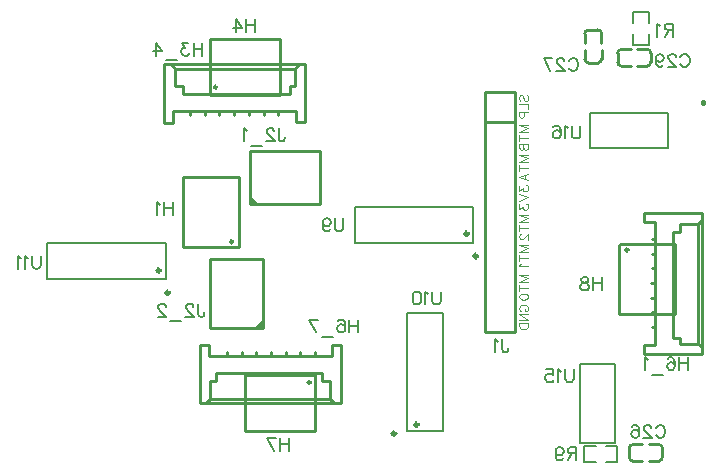
<source format=gbo>
G04 Layer: BottomSilkscreenLayer*
G04 EasyEDA v6.5.48, 2025-03-06 20:53:55*
G04 c2aac520c91a4c19a6c498b25d38bc05,84066bfdb5964fb78f634a0d0c1972bb,10*
G04 Gerber Generator version 0.2*
G04 Scale: 100 percent, Rotated: No, Reflected: No *
G04 Dimensions in millimeters *
G04 leading zeros omitted , absolute positions ,4 integer and 5 decimal *
%FSLAX45Y45*%
%MOMM*%

%ADD10C,0.1000*%
%ADD11C,0.1524*%
%ADD12C,0.4064*%
%ADD13C,0.2540*%
%ADD14C,0.3000*%
%ADD15C,0.0107*%

%LPD*%
D10*
X4476760Y3212975D02*
G01*
X4469485Y3220247D01*
X4465850Y3231156D01*
X4465850Y3245703D01*
X4469485Y3256612D01*
X4476760Y3263884D01*
X4484032Y3263884D01*
X4491304Y3260247D01*
X4494941Y3256612D01*
X4498576Y3249338D01*
X4505850Y3227522D01*
X4509485Y3220247D01*
X4513122Y3216612D01*
X4520394Y3212975D01*
X4531304Y3212975D01*
X4538576Y3220247D01*
X4542213Y3231156D01*
X4542213Y3245703D01*
X4538576Y3256612D01*
X4531304Y3263884D01*
X4465850Y3188975D02*
G01*
X4542213Y3188975D01*
X4542213Y3188975D02*
G01*
X4542213Y3145340D01*
X4465850Y3121339D02*
G01*
X4542213Y3121339D01*
X4465850Y3121339D02*
G01*
X4465850Y3088612D01*
X4469485Y3077702D01*
X4473122Y3074068D01*
X4480394Y3070430D01*
X4491304Y3070430D01*
X4498576Y3074068D01*
X4502213Y3077702D01*
X4505850Y3088612D01*
X4505850Y3121339D01*
X4465850Y3009887D02*
G01*
X4542213Y3009887D01*
X4465850Y3009887D02*
G01*
X4542213Y2980796D01*
X4465850Y2951706D02*
G01*
X4542213Y2980796D01*
X4465850Y2951706D02*
G01*
X4542213Y2951706D01*
X4465850Y2902252D02*
G01*
X4542213Y2902252D01*
X4465850Y2927705D02*
G01*
X4465850Y2876796D01*
X4465850Y2852795D02*
G01*
X4542213Y2852795D01*
X4465850Y2852795D02*
G01*
X4465850Y2820070D01*
X4469485Y2809161D01*
X4473122Y2805523D01*
X4480394Y2801886D01*
X4487666Y2801886D01*
X4494941Y2805523D01*
X4498576Y2809161D01*
X4502213Y2820070D01*
X4502213Y2852795D02*
G01*
X4502213Y2820070D01*
X4505850Y2809161D01*
X4509485Y2805523D01*
X4516760Y2801886D01*
X4527666Y2801886D01*
X4534941Y2805523D01*
X4538576Y2809161D01*
X4542213Y2820070D01*
X4542213Y2852795D01*
X4465850Y2755887D02*
G01*
X4542213Y2755887D01*
X4465850Y2755887D02*
G01*
X4542213Y2726796D01*
X4465850Y2697706D02*
G01*
X4542213Y2726796D01*
X4465850Y2697706D02*
G01*
X4542213Y2697706D01*
X4465850Y2648252D02*
G01*
X4542213Y2648252D01*
X4465850Y2673705D02*
G01*
X4465850Y2622796D01*
X4465850Y2569705D02*
G01*
X4542213Y2598795D01*
X4465850Y2569705D02*
G01*
X4542213Y2540614D01*
X4516760Y2587886D02*
G01*
X4516760Y2551523D01*
X4465850Y2494615D02*
G01*
X4465850Y2454615D01*
X4494941Y2476433D01*
X4494941Y2465524D01*
X4498576Y2458250D01*
X4502213Y2454615D01*
X4513122Y2450978D01*
X4520394Y2450978D01*
X4531304Y2454615D01*
X4538576Y2461887D01*
X4542213Y2472796D01*
X4542213Y2483705D01*
X4538576Y2494615D01*
X4534941Y2498250D01*
X4527666Y2501887D01*
X4465850Y2426977D02*
G01*
X4542213Y2397887D01*
X4465850Y2368796D02*
G01*
X4542213Y2397887D01*
X4465850Y2337523D02*
G01*
X4465850Y2297523D01*
X4494941Y2319342D01*
X4494941Y2308433D01*
X4498576Y2301161D01*
X4502213Y2297523D01*
X4513122Y2293886D01*
X4520394Y2293886D01*
X4531304Y2297523D01*
X4538576Y2304795D01*
X4542213Y2315705D01*
X4542213Y2326614D01*
X4538576Y2337523D01*
X4534941Y2341161D01*
X4527666Y2344795D01*
X4465850Y2247887D02*
G01*
X4542213Y2247887D01*
X4465850Y2247887D02*
G01*
X4542213Y2218796D01*
X4465850Y2189706D02*
G01*
X4542213Y2218796D01*
X4465850Y2189706D02*
G01*
X4542213Y2189706D01*
X4465850Y2140252D02*
G01*
X4542213Y2140252D01*
X4465850Y2165705D02*
G01*
X4465850Y2114796D01*
X4484032Y2087161D02*
G01*
X4480394Y2087161D01*
X4473122Y2083523D01*
X4469485Y2079886D01*
X4465850Y2072614D01*
X4465850Y2058070D01*
X4469485Y2050795D01*
X4473122Y2047161D01*
X4480394Y2043523D01*
X4487666Y2043523D01*
X4494941Y2047161D01*
X4505850Y2054433D01*
X4542213Y2090795D01*
X4542213Y2039886D01*
X4465850Y1993887D02*
G01*
X4542213Y1993887D01*
X4465850Y1993887D02*
G01*
X4542213Y1964796D01*
X4465850Y1935706D02*
G01*
X4542213Y1964796D01*
X4465850Y1935706D02*
G01*
X4542213Y1935706D01*
X4465850Y1886252D02*
G01*
X4542213Y1886252D01*
X4465850Y1911705D02*
G01*
X4465850Y1860796D01*
X4480394Y1836795D02*
G01*
X4476760Y1829523D01*
X4465850Y1818614D01*
X4542213Y1818614D01*
X4465850Y1739889D02*
G01*
X4542213Y1739889D01*
X4465850Y1739889D02*
G01*
X4542213Y1710799D01*
X4465850Y1681708D02*
G01*
X4542213Y1710799D01*
X4465850Y1681708D02*
G01*
X4542213Y1681708D01*
X4465850Y1632254D02*
G01*
X4542213Y1632254D01*
X4465850Y1657708D02*
G01*
X4465850Y1606798D01*
X4465850Y1560979D02*
G01*
X4469485Y1571889D01*
X4480394Y1579163D01*
X4498576Y1582798D01*
X4509485Y1582798D01*
X4527666Y1579163D01*
X4538576Y1571889D01*
X4542213Y1560979D01*
X4542213Y1553707D01*
X4538576Y1542798D01*
X4527666Y1535526D01*
X4509485Y1531889D01*
X4498576Y1531889D01*
X4480394Y1535526D01*
X4469485Y1542798D01*
X4465850Y1553707D01*
X4465850Y1560979D01*
X4484032Y1431343D02*
G01*
X4476760Y1434980D01*
X4469485Y1442252D01*
X4465850Y1449527D01*
X4465850Y1464071D01*
X4469485Y1471343D01*
X4476760Y1478617D01*
X4484032Y1482252D01*
X4494941Y1485889D01*
X4513122Y1485889D01*
X4524032Y1482252D01*
X4531304Y1478617D01*
X4538576Y1471343D01*
X4542213Y1464071D01*
X4542213Y1449527D01*
X4538576Y1442252D01*
X4531304Y1434980D01*
X4524032Y1431343D01*
X4513122Y1431343D01*
X4513122Y1449527D02*
G01*
X4513122Y1431343D01*
X4465850Y1407345D02*
G01*
X4542213Y1407345D01*
X4465850Y1407345D02*
G01*
X4542213Y1356436D01*
X4465850Y1356436D02*
G01*
X4542213Y1356436D01*
X4465850Y1332435D02*
G01*
X4542213Y1332435D01*
X4465850Y1332435D02*
G01*
X4465850Y1306979D01*
X4469485Y1296073D01*
X4476760Y1288798D01*
X4484032Y1285163D01*
X4494941Y1281526D01*
X4513122Y1281526D01*
X4524032Y1285163D01*
X4531304Y1288798D01*
X4538576Y1296073D01*
X4542213Y1306979D01*
X4542213Y1332435D01*
D11*
X2230193Y3907683D02*
G01*
X2230193Y3798580D01*
X2157458Y3907683D02*
G01*
X2157458Y3798580D01*
X2230193Y3855730D02*
G01*
X2157458Y3855730D01*
X2071212Y3907683D02*
G01*
X2123168Y3834947D01*
X2045235Y3834947D01*
X2071212Y3907683D02*
G01*
X2071212Y3798580D01*
X2514533Y356661D02*
G01*
X2514533Y247558D01*
X2441798Y356661D02*
G01*
X2441798Y247558D01*
X2514533Y304708D02*
G01*
X2441798Y304708D01*
X2334770Y356661D02*
G01*
X2386726Y247558D01*
X2407508Y356661D02*
G01*
X2334770Y356661D01*
X5165023Y1720354D02*
G01*
X5165023Y1611388D01*
X5092379Y1720354D02*
G01*
X5092379Y1611388D01*
X5165023Y1668538D02*
G01*
X5092379Y1668538D01*
X5031927Y1720354D02*
G01*
X5047675Y1715274D01*
X5052755Y1704860D01*
X5052755Y1694446D01*
X5047675Y1684032D01*
X5037261Y1678698D01*
X5016433Y1673618D01*
X5000939Y1668538D01*
X4990525Y1658124D01*
X4985191Y1647710D01*
X4985191Y1631962D01*
X4990525Y1621548D01*
X4995605Y1616468D01*
X5011353Y1611388D01*
X5031927Y1611388D01*
X5047675Y1616468D01*
X5052755Y1621548D01*
X5058089Y1631962D01*
X5058089Y1647710D01*
X5052755Y1658124D01*
X5042341Y1668538D01*
X5026847Y1673618D01*
X5006019Y1678698D01*
X4995605Y1684032D01*
X4990525Y1694446D01*
X4990525Y1704860D01*
X4995605Y1715274D01*
X5011353Y1720354D01*
X5031927Y1720354D01*
X1783839Y3705506D02*
G01*
X1783839Y3596403D01*
X1711104Y3705506D02*
G01*
X1711104Y3596403D01*
X1783839Y3653553D02*
G01*
X1711104Y3653553D01*
X1666422Y3705506D02*
G01*
X1609272Y3705506D01*
X1640443Y3663942D01*
X1624858Y3663942D01*
X1614467Y3658748D01*
X1609272Y3653553D01*
X1604076Y3637965D01*
X1604076Y3627574D01*
X1609272Y3611989D01*
X1619664Y3601598D01*
X1635249Y3596403D01*
X1650834Y3596403D01*
X1666422Y3601598D01*
X1671617Y3606792D01*
X1676814Y3617183D01*
X1569786Y3560033D02*
G01*
X1476268Y3560033D01*
X1390025Y3705506D02*
G01*
X1441978Y3632771D01*
X1364046Y3632771D01*
X1390025Y3705506D02*
G01*
X1390025Y3596403D01*
X5892800Y1042438D02*
G01*
X5892800Y933335D01*
X5820064Y1042438D02*
G01*
X5820064Y933335D01*
X5892800Y990485D02*
G01*
X5820064Y990485D01*
X5723427Y1026853D02*
G01*
X5728624Y1037244D01*
X5744209Y1042438D01*
X5754601Y1042438D01*
X5770186Y1037244D01*
X5780577Y1021656D01*
X5785774Y995679D01*
X5785774Y969703D01*
X5780577Y948921D01*
X5770186Y938529D01*
X5754601Y933335D01*
X5749404Y933335D01*
X5733818Y938529D01*
X5723427Y948921D01*
X5718233Y964506D01*
X5718233Y969703D01*
X5723427Y985288D01*
X5733818Y995679D01*
X5749404Y1000874D01*
X5754601Y1000874D01*
X5770186Y995679D01*
X5780577Y985288D01*
X5785774Y969703D01*
X5683943Y896965D02*
G01*
X5590425Y896965D01*
X5556135Y1021656D02*
G01*
X5545744Y1026853D01*
X5530156Y1042438D01*
X5530156Y933335D01*
X3099940Y1362862D02*
G01*
X3099940Y1253759D01*
X3027205Y1362862D02*
G01*
X3027205Y1253759D01*
X3099940Y1310909D02*
G01*
X3027205Y1310909D01*
X2930568Y1347276D02*
G01*
X2935765Y1357668D01*
X2951350Y1362862D01*
X2961741Y1362862D01*
X2977327Y1357668D01*
X2987718Y1342080D01*
X2992915Y1316103D01*
X2992915Y1290126D01*
X2987718Y1269344D01*
X2977327Y1258953D01*
X2961741Y1253759D01*
X2956544Y1253759D01*
X2940959Y1258953D01*
X2930568Y1269344D01*
X2925373Y1284930D01*
X2925373Y1290126D01*
X2930568Y1305712D01*
X2940959Y1316103D01*
X2956544Y1321297D01*
X2961741Y1321297D01*
X2977327Y1316103D01*
X2987718Y1305712D01*
X2992915Y1290126D01*
X2891083Y1217388D02*
G01*
X2797566Y1217388D01*
X2690538Y1362862D02*
G01*
X2742493Y1253759D01*
X2763276Y1362862D02*
G01*
X2690538Y1362862D01*
X1535008Y2355321D02*
G01*
X1535008Y2246355D01*
X1462364Y2355321D02*
G01*
X1462364Y2246355D01*
X1535008Y2303505D02*
G01*
X1462364Y2303505D01*
X1428074Y2334493D02*
G01*
X1417660Y2339827D01*
X1401912Y2355321D01*
X1401912Y2246355D01*
X2430424Y2980910D02*
G01*
X2430424Y2897852D01*
X2435758Y2882104D01*
X2440838Y2877024D01*
X2451252Y2871944D01*
X2461666Y2871944D01*
X2472080Y2877024D01*
X2477414Y2882104D01*
X2482494Y2897852D01*
X2482494Y2908266D01*
X2391054Y2955002D02*
G01*
X2391054Y2960082D01*
X2385974Y2970496D01*
X2380640Y2975830D01*
X2370226Y2980910D01*
X2349398Y2980910D01*
X2338984Y2975830D01*
X2333904Y2970496D01*
X2328824Y2960082D01*
X2328824Y2949668D01*
X2333904Y2939254D01*
X2344318Y2923760D01*
X2396134Y2871944D01*
X2323490Y2871944D01*
X2289200Y2835368D02*
G01*
X2195728Y2835368D01*
X2161438Y2960082D02*
G01*
X2151024Y2965416D01*
X2135530Y2980910D01*
X2135530Y2871944D01*
X1747926Y1495305D02*
G01*
X1747926Y1412247D01*
X1753260Y1396499D01*
X1758340Y1391419D01*
X1768754Y1386339D01*
X1779168Y1386339D01*
X1789582Y1391419D01*
X1794916Y1396499D01*
X1799996Y1412247D01*
X1799996Y1422661D01*
X1708556Y1469397D02*
G01*
X1708556Y1474477D01*
X1703476Y1484891D01*
X1698142Y1490225D01*
X1687728Y1495305D01*
X1666900Y1495305D01*
X1656486Y1490225D01*
X1651406Y1484891D01*
X1646326Y1474477D01*
X1646326Y1464063D01*
X1651406Y1453649D01*
X1661820Y1438155D01*
X1713636Y1386339D01*
X1640992Y1386339D01*
X1606702Y1349763D02*
G01*
X1513230Y1349763D01*
X1473606Y1469397D02*
G01*
X1473606Y1474477D01*
X1468526Y1484891D01*
X1463446Y1490225D01*
X1453032Y1495305D01*
X1432204Y1495305D01*
X1421790Y1490225D01*
X1416456Y1484891D01*
X1411376Y1474477D01*
X1411376Y1464063D01*
X1416456Y1453649D01*
X1426870Y1438155D01*
X1478940Y1386339D01*
X1406296Y1386339D01*
X4322963Y1195268D02*
G01*
X4322963Y1112210D01*
X4328297Y1096462D01*
X4333377Y1091382D01*
X4343791Y1086302D01*
X4354205Y1086302D01*
X4364619Y1091382D01*
X4369953Y1096462D01*
X4375033Y1112210D01*
X4375033Y1122624D01*
X4288673Y1174440D02*
G01*
X4278513Y1179774D01*
X4262765Y1195268D01*
X4262765Y1086302D01*
X4949116Y280852D02*
G01*
X4949116Y171886D01*
X4949116Y280852D02*
G01*
X4902380Y280852D01*
X4886886Y275772D01*
X4881552Y270438D01*
X4876472Y260024D01*
X4876472Y249610D01*
X4881552Y239196D01*
X4886886Y234116D01*
X4902380Y229036D01*
X4949116Y229036D01*
X4912794Y229036D02*
G01*
X4876472Y171886D01*
X4774618Y244530D02*
G01*
X4779698Y229036D01*
X4790112Y218622D01*
X4805606Y213288D01*
X4810940Y213288D01*
X4826434Y218622D01*
X4836848Y229036D01*
X4842182Y244530D01*
X4842182Y249610D01*
X4836848Y265358D01*
X4826434Y275772D01*
X4810940Y280852D01*
X4805606Y280852D01*
X4790112Y275772D01*
X4779698Y265358D01*
X4774618Y244530D01*
X4774618Y218622D01*
X4779698Y192460D01*
X4790112Y176966D01*
X4805606Y171886D01*
X4816020Y171886D01*
X4831768Y176966D01*
X4836848Y187380D01*
X5624027Y443984D02*
G01*
X5629361Y454398D01*
X5639775Y464812D01*
X5649935Y469892D01*
X5670763Y469892D01*
X5681177Y464812D01*
X5691591Y454398D01*
X5696925Y443984D01*
X5702005Y428236D01*
X5702005Y402328D01*
X5696925Y386834D01*
X5691591Y376420D01*
X5681177Y366006D01*
X5670763Y360926D01*
X5649935Y360926D01*
X5639775Y366006D01*
X5629361Y376420D01*
X5624027Y386834D01*
X5584657Y443984D02*
G01*
X5584657Y449064D01*
X5579323Y459478D01*
X5574243Y464812D01*
X5563829Y469892D01*
X5543001Y469892D01*
X5532587Y464812D01*
X5527507Y459478D01*
X5522173Y449064D01*
X5522173Y438650D01*
X5527507Y428236D01*
X5537921Y412742D01*
X5589737Y360926D01*
X5517093Y360926D01*
X5420319Y454398D02*
G01*
X5425653Y464812D01*
X5441147Y469892D01*
X5451561Y469892D01*
X5467055Y464812D01*
X5477469Y449064D01*
X5482803Y423156D01*
X5482803Y397248D01*
X5477469Y376420D01*
X5467055Y366006D01*
X5451561Y360926D01*
X5446481Y360926D01*
X5430733Y366006D01*
X5420319Y376420D01*
X5415239Y391914D01*
X5415239Y397248D01*
X5420319Y412742D01*
X5430733Y423156D01*
X5446481Y428236D01*
X5451561Y428236D01*
X5467055Y423156D01*
X5477469Y412742D01*
X5482803Y397248D01*
X5769965Y3867830D02*
G01*
X5769965Y3758864D01*
X5769965Y3867830D02*
G01*
X5723229Y3867830D01*
X5707735Y3862750D01*
X5702401Y3857416D01*
X5697321Y3847002D01*
X5697321Y3836588D01*
X5702401Y3826174D01*
X5707735Y3821094D01*
X5723229Y3816014D01*
X5769965Y3816014D01*
X5733643Y3816014D02*
G01*
X5697321Y3758864D01*
X5663031Y3847002D02*
G01*
X5652617Y3852336D01*
X5636869Y3867830D01*
X5636869Y3758864D01*
X5831464Y3585263D02*
G01*
X5836798Y3595677D01*
X5847212Y3606091D01*
X5857372Y3611171D01*
X5878200Y3611171D01*
X5888614Y3606091D01*
X5899028Y3595677D01*
X5904362Y3585263D01*
X5909442Y3569515D01*
X5909442Y3543607D01*
X5904362Y3528113D01*
X5899028Y3517699D01*
X5888614Y3507285D01*
X5878200Y3502205D01*
X5857372Y3502205D01*
X5847212Y3507285D01*
X5836798Y3517699D01*
X5831464Y3528113D01*
X5792094Y3585263D02*
G01*
X5792094Y3590343D01*
X5786760Y3600757D01*
X5781680Y3606091D01*
X5771266Y3611171D01*
X5750438Y3611171D01*
X5740024Y3606091D01*
X5734944Y3600757D01*
X5729610Y3590343D01*
X5729610Y3579929D01*
X5734944Y3569515D01*
X5745358Y3554021D01*
X5797174Y3502205D01*
X5724530Y3502205D01*
X5622676Y3574849D02*
G01*
X5627756Y3559355D01*
X5638170Y3548941D01*
X5653918Y3543607D01*
X5658998Y3543607D01*
X5674492Y3548941D01*
X5684906Y3559355D01*
X5690240Y3574849D01*
X5690240Y3579929D01*
X5684906Y3595677D01*
X5674492Y3606091D01*
X5658998Y3611171D01*
X5653918Y3611171D01*
X5638170Y3606091D01*
X5627756Y3595677D01*
X5622676Y3574849D01*
X5622676Y3548941D01*
X5627756Y3522779D01*
X5638170Y3507285D01*
X5653918Y3502205D01*
X5664332Y3502205D01*
X5679826Y3507285D01*
X5684906Y3517699D01*
X2977459Y2220320D02*
G01*
X2977459Y2142342D01*
X2972379Y2126848D01*
X2961965Y2116434D01*
X2946217Y2111354D01*
X2935803Y2111354D01*
X2920309Y2116434D01*
X2909895Y2126848D01*
X2904815Y2142342D01*
X2904815Y2220320D01*
X2802961Y2183998D02*
G01*
X2808041Y2168504D01*
X2818455Y2158090D01*
X2833949Y2152756D01*
X2839283Y2152756D01*
X2854777Y2158090D01*
X2865191Y2168504D01*
X2870525Y2183998D01*
X2870525Y2189078D01*
X2865191Y2204826D01*
X2854777Y2215240D01*
X2839283Y2220320D01*
X2833949Y2220320D01*
X2818455Y2215240D01*
X2808041Y2204826D01*
X2802961Y2183998D01*
X2802961Y2158090D01*
X2808041Y2131928D01*
X2818455Y2116434D01*
X2833949Y2111354D01*
X2844363Y2111354D01*
X2860111Y2116434D01*
X2865191Y2126848D01*
X417466Y1900311D02*
G01*
X417466Y1822333D01*
X412386Y1806839D01*
X401972Y1796425D01*
X386224Y1791345D01*
X375810Y1791345D01*
X360316Y1796425D01*
X349902Y1806839D01*
X344822Y1822333D01*
X344822Y1900311D01*
X310532Y1879483D02*
G01*
X300118Y1884817D01*
X284370Y1900311D01*
X284370Y1791345D01*
X250080Y1879483D02*
G01*
X239666Y1884817D01*
X224172Y1900311D01*
X224172Y1791345D01*
X3804615Y1598894D02*
G01*
X3804615Y1520916D01*
X3799535Y1505422D01*
X3789121Y1495008D01*
X3773373Y1489928D01*
X3762959Y1489928D01*
X3747465Y1495008D01*
X3737051Y1505422D01*
X3731971Y1520916D01*
X3731971Y1598894D01*
X3697681Y1578066D02*
G01*
X3687267Y1583400D01*
X3671519Y1598894D01*
X3671519Y1489928D01*
X3606241Y1598894D02*
G01*
X3621735Y1593814D01*
X3632149Y1578066D01*
X3637229Y1552158D01*
X3637229Y1536664D01*
X3632149Y1510502D01*
X3621735Y1495008D01*
X3606241Y1489928D01*
X3595827Y1489928D01*
X3580079Y1495008D01*
X3569665Y1510502D01*
X3564585Y1536664D01*
X3564585Y1552158D01*
X3569665Y1578066D01*
X3580079Y1593814D01*
X3595827Y1598894D01*
X3606241Y1598894D01*
X4927554Y940780D02*
G01*
X4927554Y862802D01*
X4922474Y847308D01*
X4912060Y836894D01*
X4896312Y831814D01*
X4885898Y831814D01*
X4870404Y836894D01*
X4859990Y847308D01*
X4854910Y862802D01*
X4854910Y940780D01*
X4820620Y919952D02*
G01*
X4810206Y925286D01*
X4794458Y940780D01*
X4794458Y831814D01*
X4697938Y940780D02*
G01*
X4749754Y940780D01*
X4755088Y894044D01*
X4749754Y899124D01*
X4734260Y904458D01*
X4718766Y904458D01*
X4703018Y899124D01*
X4692604Y888964D01*
X4687524Y873216D01*
X4687524Y862802D01*
X4692604Y847308D01*
X4703018Y836894D01*
X4718766Y831814D01*
X4734260Y831814D01*
X4749754Y836894D01*
X4755088Y841974D01*
X4760168Y852388D01*
X4984927Y3005307D02*
G01*
X4984927Y2927329D01*
X4979847Y2911835D01*
X4969433Y2901421D01*
X4953685Y2896341D01*
X4943271Y2896341D01*
X4927777Y2901421D01*
X4917363Y2911835D01*
X4912283Y2927329D01*
X4912283Y3005307D01*
X4877993Y2984479D02*
G01*
X4867579Y2989813D01*
X4851831Y3005307D01*
X4851831Y2896341D01*
X4755311Y2989813D02*
G01*
X4760391Y3000227D01*
X4776139Y3005307D01*
X4786553Y3005307D01*
X4802047Y3000227D01*
X4812461Y2984479D01*
X4817541Y2958571D01*
X4817541Y2932663D01*
X4812461Y2911835D01*
X4802047Y2901421D01*
X4786553Y2896341D01*
X4781219Y2896341D01*
X4765725Y2901421D01*
X4755311Y2911835D01*
X4749977Y2927329D01*
X4749977Y2932663D01*
X4755311Y2948157D01*
X4765725Y2958571D01*
X4781219Y2963651D01*
X4786553Y2963651D01*
X4802047Y2958571D01*
X4812461Y2948157D01*
X4817541Y2932663D01*
X4886919Y3549426D02*
G01*
X4892116Y3559817D01*
X4902507Y3570208D01*
X4912895Y3575403D01*
X4933678Y3575403D01*
X4944069Y3570208D01*
X4954460Y3559817D01*
X4959657Y3549426D01*
X4964851Y3533838D01*
X4964851Y3507861D01*
X4959657Y3492276D01*
X4954460Y3481885D01*
X4944069Y3471494D01*
X4933678Y3466299D01*
X4912895Y3466299D01*
X4902507Y3471494D01*
X4892116Y3481885D01*
X4886919Y3492276D01*
X4847435Y3549426D02*
G01*
X4847435Y3554620D01*
X4842238Y3565011D01*
X4837043Y3570208D01*
X4826652Y3575403D01*
X4805870Y3575403D01*
X4795479Y3570208D01*
X4790285Y3565011D01*
X4785088Y3554620D01*
X4785088Y3544229D01*
X4790285Y3533838D01*
X4800676Y3518253D01*
X4852629Y3466299D01*
X4779893Y3466299D01*
X4672865Y3575403D02*
G01*
X4724821Y3466299D01*
X4745603Y3575403D02*
G01*
X4672865Y3575403D01*
G36*
X2187498Y2414981D02*
G01*
X2187498Y2344978D01*
X2257501Y2344978D01*
G37*
G36*
X2290013Y1357477D02*
G01*
X2220010Y1287475D01*
X2290013Y1287475D01*
G37*
D12*
X6019543Y3200666D02*
G01*
X6019543Y3193046D01*
D13*
X1845998Y3739070D02*
G01*
X2443398Y3739070D01*
X2443396Y3264070D02*
G01*
X1855896Y3264070D01*
X2443398Y3267168D02*
G01*
X2443398Y3739070D01*
X1846021Y3267217D02*
G01*
X1846021Y3739070D01*
X2738897Y419991D02*
G01*
X2141496Y419991D01*
X2141499Y894991D02*
G01*
X2728998Y894991D01*
X2141496Y891893D02*
G01*
X2141496Y419991D01*
X2738874Y891844D02*
G01*
X2738874Y419991D01*
X5789388Y2003010D02*
G01*
X5789388Y1405610D01*
X5314388Y1405613D02*
G01*
X5314388Y1993112D01*
X5317487Y1405610D02*
G01*
X5789388Y1405610D01*
X5317535Y2002988D02*
G01*
X5789388Y2002988D01*
X2654165Y3521720D02*
G01*
X2654165Y3031728D01*
X2567017Y3482756D02*
G01*
X2567017Y3335766D01*
X2522161Y3335766D01*
X2522161Y3272749D01*
X1618200Y3272749D01*
X1618200Y3335766D01*
X1555183Y3335766D01*
X1555183Y3483772D01*
X1555183Y3483772D01*
X2654165Y3031728D02*
G01*
X2576161Y3031728D01*
X2576161Y3126775D01*
X2426149Y3126775D01*
X2426149Y3094746D01*
X2425184Y3126775D02*
G01*
X2303162Y3126775D01*
X2303162Y3094746D01*
X2302197Y3126775D02*
G01*
X2180328Y3126775D01*
X2180328Y3093831D01*
X1458130Y3523802D02*
G01*
X1458130Y3033811D01*
X1678195Y3126775D02*
G01*
X1555183Y3126775D01*
X1543194Y3126775D01*
X1458130Y3030814D02*
G01*
X1534203Y3030763D01*
X1534203Y3126775D01*
X1555183Y3126775D01*
X2653200Y3522761D02*
G01*
X1458206Y3522761D01*
X2653200Y3522761D02*
G01*
X2602171Y3522761D01*
X2566179Y3486769D01*
X2566179Y3483772D01*
X2566179Y3486769D02*
G01*
X1555183Y3486769D01*
X1519191Y3522761D01*
X1459196Y3522761D01*
X1459196Y3522761D01*
X2182182Y3126775D02*
G01*
X2053201Y3126775D01*
X2053201Y3093780D01*
X2050204Y3126775D02*
G01*
X1928131Y3126775D01*
X1928131Y3096879D01*
X1927191Y3126775D02*
G01*
X1805297Y3126775D01*
X1805297Y3095965D01*
X1807202Y3126775D02*
G01*
X1678170Y3126775D01*
X1678170Y3095914D01*
X6014593Y1072006D02*
G01*
X5524601Y1072006D01*
X5975629Y1159154D02*
G01*
X5828639Y1159154D01*
X5828639Y1204010D01*
X5765622Y1204010D01*
X5765622Y2107971D01*
X5828639Y2107971D01*
X5828639Y2170988D01*
X5976645Y2170988D01*
X5976645Y2170988D01*
X5524601Y1072006D02*
G01*
X5524601Y1150010D01*
X5619648Y1150010D01*
X5619648Y1300022D01*
X5587618Y1300022D01*
X5619648Y1300987D02*
G01*
X5619648Y1423009D01*
X5587618Y1423009D01*
X5619648Y1423974D02*
G01*
X5619648Y1545844D01*
X5586704Y1545844D01*
X6016675Y2268042D02*
G01*
X5526684Y2268042D01*
X5619648Y2047976D02*
G01*
X5619648Y2170988D01*
X5619648Y2182977D01*
X5523687Y2268042D02*
G01*
X5523636Y2191969D01*
X5619648Y2191969D01*
X5619648Y2170988D01*
X6015634Y1072972D02*
G01*
X6015634Y2267965D01*
X6015634Y1072972D02*
G01*
X6015634Y1124000D01*
X5979642Y1159992D01*
X5976645Y1159992D01*
X5979642Y1159992D02*
G01*
X5979642Y2170988D01*
X6015634Y2206980D01*
X6015634Y2266975D01*
X6015634Y2266975D01*
X5619648Y1543989D02*
G01*
X5619648Y1672970D01*
X5586653Y1672970D01*
X5619648Y1675968D02*
G01*
X5619648Y1798040D01*
X5589752Y1798040D01*
X5619648Y1798980D02*
G01*
X5619648Y1920875D01*
X5588838Y1920875D01*
X5619648Y1918970D02*
G01*
X5619648Y2048002D01*
X5588787Y2048002D01*
X1765099Y658728D02*
G01*
X1765099Y1148720D01*
X1852246Y697692D02*
G01*
X1852246Y844682D01*
X1897103Y844682D01*
X1897103Y907699D01*
X2801063Y907699D01*
X2801063Y844682D01*
X2864081Y844682D01*
X2864081Y696676D01*
X2864081Y696676D01*
X1765099Y1148720D02*
G01*
X1843102Y1148720D01*
X1843102Y1053673D01*
X1993115Y1053673D01*
X1993115Y1085702D01*
X1994080Y1053673D02*
G01*
X2116101Y1053673D01*
X2116101Y1085702D01*
X2117067Y1053673D02*
G01*
X2238936Y1053673D01*
X2238936Y1086617D01*
X2961134Y656645D02*
G01*
X2961134Y1146637D01*
X2741068Y1053673D02*
G01*
X2864081Y1053673D01*
X2876069Y1053673D01*
X2961134Y1149634D02*
G01*
X2885061Y1149685D01*
X2885061Y1053673D01*
X2864081Y1053673D01*
X1766064Y657687D02*
G01*
X2961058Y657687D01*
X1766064Y657687D02*
G01*
X1817093Y657687D01*
X1853084Y693679D01*
X1853084Y696676D01*
X1853084Y693679D02*
G01*
X2864081Y693679D01*
X2900072Y657687D01*
X2960067Y657687D01*
X2960067Y657687D01*
X2237082Y1053673D02*
G01*
X2366063Y1053673D01*
X2366063Y1086667D01*
X2369060Y1053673D02*
G01*
X2491132Y1053673D01*
X2491132Y1083569D01*
X2492072Y1053673D02*
G01*
X2613967Y1053673D01*
X2613967Y1084483D01*
X2612062Y1053673D02*
G01*
X2741094Y1053673D01*
X2741094Y1084534D01*
X2093749Y1972632D02*
G01*
X1621896Y1972632D01*
X1621896Y1972609D02*
G01*
X1621896Y2570010D01*
X2096897Y2570007D02*
G01*
X2096897Y1982508D01*
X2093798Y2570010D02*
G01*
X1621896Y2570010D01*
X2777490Y2789979D02*
G01*
X2187498Y2789979D01*
X2187498Y2339967D01*
X2777490Y2339967D01*
X2777490Y2789979D01*
X1845012Y1877491D02*
G01*
X1845012Y1287500D01*
X2295024Y1287500D01*
X2295024Y1877491D01*
X1845012Y1877491D01*
X4176179Y1258676D02*
G01*
X4430179Y1258676D01*
X4430179Y3290671D01*
X4176179Y3290671D01*
X4176179Y1258676D01*
X4176179Y3034322D02*
G01*
X4430179Y3034322D01*
D11*
X5199860Y290172D02*
G01*
X5295747Y290172D01*
X5295747Y158051D01*
X5199860Y158051D01*
X5114617Y290172D02*
G01*
X5018730Y290172D01*
X5018730Y158051D01*
X5114617Y158051D01*
D13*
X5510502Y305567D02*
G01*
X5430499Y305567D01*
X5399519Y194586D02*
G01*
X5399519Y274586D01*
X5510502Y163603D02*
G01*
X5430499Y163603D01*
X5568091Y306151D02*
G01*
X5648086Y306151D01*
X5568091Y164188D02*
G01*
X5648086Y164188D01*
X5679069Y195168D02*
G01*
X5679069Y275170D01*
D11*
X5565632Y3784180D02*
G01*
X5565632Y3688293D01*
X5433512Y3688293D01*
X5433512Y3784180D01*
X5565632Y3869423D02*
G01*
X5565632Y3965310D01*
X5433512Y3965310D01*
X5433512Y3869423D01*
D13*
X5468338Y3508903D02*
G01*
X5548340Y3508903D01*
X5579320Y3619883D02*
G01*
X5579320Y3539883D01*
X5468338Y3650866D02*
G01*
X5548340Y3650866D01*
X5410748Y3508319D02*
G01*
X5330753Y3508319D01*
X5410748Y3650282D02*
G01*
X5330753Y3650282D01*
X5299770Y3619301D02*
G01*
X5299770Y3539299D01*
D11*
X4079400Y2014133D02*
G01*
X4079400Y2318415D01*
X3074159Y2318415D01*
X3074159Y2014133D01*
X4079400Y2014133D01*
X1472504Y1703534D02*
G01*
X1472504Y2007816D01*
X467263Y2007816D01*
X467263Y1703534D01*
X1472504Y1703534D01*
X3520838Y415556D02*
G01*
X3825120Y415556D01*
X3825120Y1420797D01*
X3520838Y1420797D01*
X3520838Y415556D01*
X5277380Y317517D02*
G01*
X5277380Y982759D01*
X4983101Y982759D01*
X4983101Y317517D01*
X5277380Y317517D01*
X5729897Y3109213D02*
G01*
X5064655Y3109213D01*
X5064655Y2814934D01*
X5729897Y2814934D01*
X5729897Y3109213D01*
D13*
X5163172Y3703970D02*
G01*
X5163172Y3783972D01*
X5052192Y3814953D02*
G01*
X5132191Y3814953D01*
X5021209Y3703970D02*
G01*
X5021209Y3783972D01*
X5163756Y3646380D02*
G01*
X5163756Y3566386D01*
X5021793Y3646380D02*
G01*
X5021793Y3566386D01*
X5052773Y3535403D02*
G01*
X5132776Y3535403D01*
G75*
G01*
X5399517Y194587D02*
G03*
X5430500Y163604I30983J0D01*
G75*
G01*
X5430500Y305570D02*
G03*
X5399517Y274587I0J-30983D01*
G75*
G01*
X5648086Y164186D02*
G03*
X5679069Y195169I0J30983D01*
G75*
G01*
X5679069Y275168D02*
G03*
X5648086Y306151I-30983J0D01*
G75*
G01*
X5579323Y3619884D02*
G03*
X5548340Y3650866I-30983J0D01*
G75*
G01*
X5548340Y3508901D02*
G03*
X5579323Y3539884I0J30983D01*
G75*
G01*
X5330754Y3650285D02*
G03*
X5299771Y3619302I0J-30983D01*
G75*
G01*
X5299771Y3539302D02*
G03*
X5330754Y3508319I30983J0D01*
G75*
G01*
X5052192Y3814956D02*
G03*
X5021209Y3783973I0J-30983D01*
G75*
G01*
X5163175Y3783973D02*
G03*
X5132192Y3814956I-30983J0D01*
G75*
G01*
X5021791Y3566386D02*
G03*
X5052774Y3535403I30983J0D01*
G75*
G01*
X5132774Y3535403D02*
G03*
X5163756Y3566386I0J30983D01*
G75*
G01
X1908505Y3329711D02*
G03X1908505Y3329711I-12497J0D01*
G75*
G01
X2701519Y829310D02*
G03X2701519Y829310I-12497J0D01*
G75*
G01
X5392598Y1953031D02*
G03X5392598Y1953031I-12497J0D01*
G75*
G01
X2043735Y2022551D02*
G03X2043735Y2022551I-12497J0D01*
D14*
G75*
G01
X4036314Y2089353D02*
G03X4036314Y2089353I-15011J0D01*
G75*
G01
X4112514Y1899564D02*
G03X4112514Y1899564I-15011J0D01*
G75*
G01
X1429436Y1778762D02*
G03X1429436Y1778762I-15011J0D01*
G75*
G01
X1505636Y1588973D02*
G03X1505636Y1588973I-15011J0D01*
G75*
G01
X3611093Y473659D02*
G03X3611093Y473659I-15011J0D01*
G75*
G01
X3421278Y397459D02*
G03X3421278Y397459I-15011J0D01*
M02*

</source>
